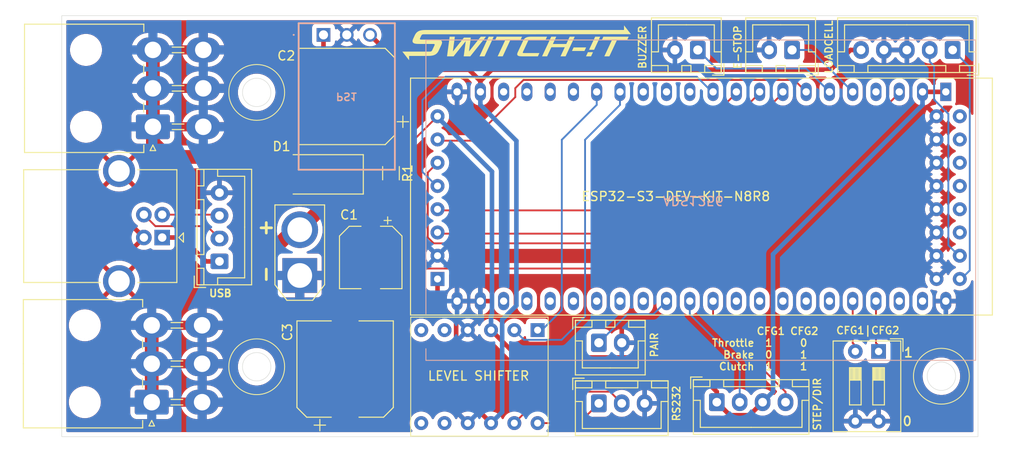
<source format=kicad_pcb>
(kicad_pcb (version 20240108) (generator "pcbnew") (generator_version "8.0")
  (layers (0 "F.Cu" signal) (31 "B.Cu" signal) (34 "B.Paste" user) (35 "F.Paste" user) (36 "B.SilkS" user "B.Silkscreen") (37 "F.SilkS" user "F.Silkscreen") (38 "B.Mask" user) (39 "F.Mask" user) (44 "Edge.Cuts" user))
  (net 0 "")
  (net 1 "/EMERGENCY")
  (net 2 "GND")
  (net 3 "Net-(J5-Pin_2)")
  (net 4 "Net-(J5-Pin_3)")
  (net 5 "VBUS")
  (net 6 "+36V")
  (net 7 "/PAIR")
  (net 8 "Net-(D1-K)")
  (net 9 "/BUZZER")
  (net 12 "/SERVO_TX")
  (net 13 "+5V")
  (net 17 "/ADC_SCK")
  (net 20 "/SERVO_RX")
  (net 22 "+3V3")
  (net 28 "/ADC_MISO")
  (net 35 "/SERVO_STEP")
  (net 36 "/CFG1")
  (net 37 "/ADC_CS")
  (net 38 "/CFG2")
  (net 39 "/ADC_MOSI")
  (net 40 "/ADC_DRDY")
  (net 43 "/SERVO_DIR")
  (net 44 "Net-(U1-CHIP_PU)")
  (net 49 "Net-(J3-Pin_2)")
  (net 52 "Net-(J3-Pin_1)")
  (net 56 "Net-(J2-Pin_1)")
  (net 58 "Net-(J2-Pin_2)")
  (footprint "Connector_JST:JST_XH_B3B-XH-A_1x03_P2.50mm_Vertical" (layer "F.Cu") (at 98.378 72.009)
    (property "Reference" "J2" (hide yes))
    (property "Value" "Conn_01x03")
    (pad "1" thru_hole roundrect (at 0 0) (size 1.7 1.95) (drill 0.95) (layers "*.Cu" "*.Mask") (roundrect_rratio 0.147059) (net 56 "Net-(J2-Pin_1)"))
    (pad "2" thru_hole oval (at 2.5 0) (size 1.7 1.95) (drill 0.95) (layers "*.Cu" "*.Mask") (net 58 "Net-(J2-Pin_2)"))
    (pad "3" thru_hole oval (at 5 0) (size 1.7 1.95) (drill 0.95) (layers "*.Cu" "*.Mask") (net 2 "GND"))
  )
  (footprint "Connector_JST:JST_XH_B2B-XH-A_1x02_P2.50mm_Vertical" (layer "F.Cu") (at 98.378 65.388)
    (property "Reference" "J9" (hide yes))
    (property "Value" "Conn_01x02")
    (pad "1" thru_hole roundrect (at 0 0) (size 1.7 2) (drill 1) (layers "*.Cu" "*.Mask") (roundrect_rratio 0.147059) (net 7 "/PAIR"))
    (pad "2" thru_hole oval (at 2.5 0) (size 1.7 2) (drill 1) (layers "*.Cu" "*.Mask") (net 2 "GND"))
  )
  (footprint "Active QR:logo_switchit" (layer "F.Cu") (at 88.799194 34.320179)
    (property "Reference" "REF**" (hide yes))
    (property "Value" "logo_switchit")
  )
  (footprint "PCM_Espressif:ESP32-S3-DEV-KIT-N8R8" (layer "F.Cu") (at 136.2453 37.97668 -90)
    (property "Reference" "U1" (hide yes))
    (property "Value" "ESP32-S3-DEV-KIT-N8R8" (at 11.42632 29.46128 0) (layer "F.SilkS"))
    (pad "1" thru_hole rect (at 0 0 180) (size 1.2 2) (drill 0.8) (layers "*.Cu" "*.Mask") (net 22 "+3V3"))
    (pad "2" thru_hole oval (at 0 2.54 180) (size 1.2 2) (drill 0.8) (layers "*.Cu" "*.Mask") (net 22 "+3V3"))
    (pad "3" thru_hole oval (at 0 5.08 180) (size 1.2 2) (drill 0.8) (layers "*.Cu" "*.Mask") (net 44 "Net-(U1-CHIP_PU)"))
    (pad "4" thru_hole oval (at 0 7.62 180) (size 1.2 2) (drill 0.8) (layers "*.Cu" "*.Mask"))
    (pad "5" thru_hole oval (at 0 10.16 180) (size 1.2 2) (drill 0.8) (layers "*.Cu" "*.Mask") (net 1 "/EMERGENCY"))
    (pad "6" thru_hole oval (at 0 12.7 180) (size 1.2 2) (drill 0.8) (layers "*.Cu" "*.Mask") (net 9 "/BUZZER"))
    (pad "7" thru_hole oval (at 0 15.24 180) (size 1.2 2) (drill 0.8) (layers "*.Cu" "*.Mask") (net 37 "/ADC_CS"))
    (pad "8" thru_hole oval (at 0 17.78 180) (size 1.2 2) (drill 0.8) (layers "*.Cu" "*.Mask") (net 40 "/ADC_DRDY"))
    (pad "9" thru_hole oval (at 0 20.32 180) (size 1.2 2) (drill 0.8) (layers "*.Cu" "*.Mask") (net 17 "/ADC_SCK"))
    (pad "10" thru_hole oval (at 0 22.86 180) (size 1.2 2) (drill 0.8) (layers "*.Cu" "*.Mask") (net 39 "/ADC_MOSI"))
    (pad "11" thru_hole oval (at 0 25.4 180) (size 1.2 2) (drill 0.8) (layers "*.Cu" "*.Mask") (net 28 "/ADC_MISO"))
    (pad "12" thru_hole oval (at 0 27.94 180) (size 1.2 2) (drill 0.8) (layers "*.Cu" "*.Mask"))
    (pad "13" thru_hole oval (at 0 30.48 180) (size 1.2 2) (drill 0.8) (layers "*.Cu" "*.Mask"))
    (pad "14" thru_hole oval (at 0 33.02 180) (size 1.2 2) (drill 0.8) (layers "*.Cu" "*.Mask"))
    (pad "15" thru_hole oval (at 0 35.56 180) (size 1.2 2) (drill 0.8) (layers "*.Cu" "*.Mask") (net 20 "/SERVO_RX"))
    (pad "16" thru_hole oval (at 0 38.1 180) (size 1.2 2) (drill 0.8) (layers "*.Cu" "*.Mask") (net 12 "/SERVO_TX"))
    (pad "17" thru_hole oval (at 0 40.64 180) (size 1.2 2) (drill 0.8) (layers "*.Cu" "*.Mask"))
    (pad "18" thru_hole oval (at 0 43.18 180) (size 1.2 2) (drill 0.8) (layers "*.Cu" "*.Mask"))
    (pad "19" thru_hole oval (at 0 45.72 180) (size 1.2 2) (drill 0.8) (layers "*.Cu" "*.Mask"))
    (pad "20" thru_hole oval (at -0.00368 48.25728 180) (size 1.2 2) (drill 0.8) (layers "*.Cu" "*.Mask"))
    (pad "21" thru_hole oval (at -0.00368 50.79728 180) (size 1.2 2) (drill 0.8) (layers "*.Cu" "*.Mask") (net 13 "+5V"))
    (pad "22" thru_hole oval (at -0.00368 53.33728 180) (size 1.2 2) (drill 0.8) (layers "*.Cu" "*.Mask") (net 2 "GND"))
    (pad "23" thru_hole oval (at 22.86 53.34 180) (size 1.2 2) (drill 0.8) (layers "*.Cu" "*.Mask") (net 2 "GND"))
    (pad "24" thru_hole oval (at 22.86 50.8 180) (size 1.2 2) (drill 0.8) (layers "*.Cu" "*.Mask") (net 2 "GND"))
    (pad "25" thru_hole oval (at 22.86 48.26 180) (size 1.2 2) (drill 0.8) (layers "*.Cu" "*.Mask"))
    (pad "26" thru_hole oval (at 22.86 45.72 180) (size 1.2 2) (drill 0.8) (layers "*.Cu" "*.Mask"))
    (pad "27" thru_hole oval (at 22.86 43.18 180) (size 1.2 2) (drill 0.8) (layers "*.Cu" "*.Mask"))
    (pad "28" thru_hole oval (at 22.86 40.64 180) (size 1.2 2) (drill 0.8) (layers "*.Cu" "*.Mask"))
    (pad "29" thru_hole oval (at 22.86 38.1 180) (size 1.2 2) (drill 0.8) (layers "*.Cu" "*.Mask"))
    (pad "30" thru_hole oval (at 22.86 35.56 180) (size 1.2 2) (drill 0.8) (layers "*.Cu" "*.Mask"))
    (pad "31" thru_hole oval (at 22.86 33.02 180) (size 1.2 2) (drill 0.8) (layers "*.Cu" "*.Mask"))
    (pad "32" thru_hole oval (at 22.86 30.48 180) (size 1.2 2) (drill 0.8) (layers "*.Cu" "*.Mask") (net 7 "/PAIR"))
    (pad "33" thru_hole oval (at 22.86 27.94 180) (size 1.2 2) (drill 0.8) (layers "*.Cu" "*.Mask") (net 35 "/SERVO_STEP"))
    (pad "34" thru_hole oval (at 22.86 25.4 180) (size 1.2 2) (drill 0.8) (layers "*.Cu" "*.Mask") (net 43 "/SERVO_DIR"))
    (pad "35" thru_hole oval (at 22.86 22.86 180) (size 1.2 2) (drill 0.8) (layers "*.Cu" "*.Mask"))
    (pad "36" thru_hole oval (at 22.86 20.32 180) (size 1.2 2) (drill 0.8) (layers "*.Cu" "*.Mask"))
    (pad "37" thru_hole oval (at 22.86 17.78 180) (size 1.2 2) (drill 0.8) (layers "*.Cu" "*.Mask"))
    (pad "38" thru_hole oval (at 22.86 15.24 180) (size 1.2 2) (drill 0.8) (layers "*.Cu" "*.Mask"))
    (pad "39" thru_hole oval (at 22.86 12.7 180) (size 1.2 2) (drill 0.8) (layers "*.Cu" "*.Mask"))
    (pad "40" thru_hole oval (at 22.86 10.16 180) (size 1.2 2) (drill 0.8) (layers "*.Cu" "*.Mask") (net 36 "/CFG1"))
    (pad "41" thru_hole oval (at 22.86 7.62 180) (size 1.2 2) (drill 0.8) (layers "*.Cu" "*.Mask") (net 38 "/CFG2"))
    (pad "42" thru_hole oval (at 22.86 5.08 180) (size 1.2 2) (drill 0.8) (layers "*.Cu" "*.Mask"))
    (pad "43" thru_hole oval (at 22.86 2.54 180) (size 1.2 2) (drill 0.8) (layers "*.Cu" "*.Mask"))
    (pad "44" thru_hole oval (at 22.86 0 180) (size 1.2 2) (drill 0.8) (layers "*.Cu" "*.Mask") (net 2 "GND"))
  )
  (footprint "Capacitor_SMD:CP_Elec_10x10" (layer "F.Cu") (at 70.866 38.48 180)
    (property "Reference" "C2" (at 6.604 4.444 0) (layer "F.SilkS"))
    (property "Value" "330µF")
    (pad "1" smd roundrect (at -4 0 180) (size 4 2.5) (layers "F.Cu" "F.Paste" "F.Mask") (roundrect_rratio 0.1) (net 8 "Net-(D1-K)"))
    (pad "2" smd roundrect (at 4 0 180) (size 4 2.5) (layers "F.Cu" "F.Paste" "F.Mask") (roundrect_rratio 0.1) (net 2 "GND"))
  )
  (footprint "Capacitor_SMD:CP_Elec_10x10" (layer "F.Cu") (at 70.688 68.263 90)
    (property "Reference" "C3" (at 4.022 -6.299 90) (layer "F.SilkS"))
    (property "Value" "330µF")
    (pad "1" smd roundrect (at -4 0 90) (size 4 2.5) (layers "F.Cu" "F.Paste" "F.Mask") (roundrect_rratio 0.1) (net 8 "Net-(D1-K)"))
    (pad "2" smd roundrect (at 4 0 90) (size 4 2.5) (layers "F.Cu" "F.Paste" "F.Mask") (roundrect_rratio 0.1) (net 2 "GND"))
  )
  (footprint "Connector_AMASS:AMASS_XT30U-F_1x02_P5.0mm_Vertical" (layer "F.Cu") (at 65.735 58.039 90)
    (property "Reference" "J10" (hide yes))
    (property "Value" "Conn_01x02")
    (fp_text user "+" (at 5.207 -3.759 90) (layer "F.SilkS") (effects (font (size 1.5 1.5) (thickness 0.3) (bold yes))))
    (fp_text user "-" (at 0.127 -3.759 90) (layer "F.SilkS") (effects (font (size 1.5 1.5) (thickness 0.3) (bold yes))))
    (pad "1" thru_hole rect (at 0 0 90) (size 3.8 3.8) (drill 2.7) (layers "*.Cu" "*.Mask") (net 2 "GND"))
    (pad "2" thru_hole circle (at 5 0 90) (size 4 4) (drill 2.7) (layers "*.Cu" "*.Mask") (net 8 "Net-(D1-K)"))
  )
  (footprint "Connector_JST:JST_XH_B5B-XH-A_1x05_P2.50mm_Vertical" (layer "F.Cu") (at 136.993 33.401 180)
    (property "Reference" "J3" (hide yes))
    (property "Value" "Conn_01x05")
    (pad "1" thru_hole roundrect (at 0 0 180) (size 1.7 1.95) (drill 0.95) (layers "*.Cu" "*.Mask") (roundrect_rratio 0.147059) (net 52 "Net-(J3-Pin_1)"))
    (pad "2" thru_hole oval (at 2.5 0 180) (size 1.7 1.95) (drill 0.95) (layers "*.Cu" "*.Mask") (net 49 "Net-(J3-Pin_2)"))
    (pad "3" thru_hole oval (at 5 0 180) (size 1.7 1.95) (drill 0.95) (layers "*.Cu" "*.Mask") (net 2 "GND"))
    (pad "4" thru_hole oval (at 7.5 0 180) (size 1.7 1.95) (drill 0.95) (layers "*.Cu" "*.Mask") (net 2 "GND"))
    (pad "5" thru_hole oval (at 10 0 180) (size 1.7 1.95) (drill 0.95) (layers "*.Cu" "*.Mask") (net 13 "+5V"))
  )
  (footprint "Connector_Molex:Molex_Mini-Fit_Jr_5569-06A2_2x03_P4.20mm_Horizontal" (layer "F.Cu") (at 49.579 71.882 90)
    (property "Reference" "J7" (hide yes))
    (property "Value" "Conn_02x03_Top_Bottom")
    (pad "" np_thru_hole circle (at 0 -7.3 90) (size 3 3) (drill 3) (layers "*.Cu" "*.Mask"))
    (pad "" np_thru_hole circle (at 8.4 -7.3 90) (size 3 3) (drill 3) (layers "*.Cu" "*.Mask"))
    (pad "1" thru_hole roundrect (at 0 0 90) (size 2.7 3.7) (drill 1.8) (layers "*.Cu" "*.Mask") (roundrect_rratio 0.092593) (net 6 "+36V"))
    (pad "2" thru_hole oval (at 4.2 0 90) (size 2.7 3.7) (drill 1.8) (layers "*.Cu" "*.Mask") (net 6 "+36V"))
    (pad "3" thru_hole oval (at 8.4 0 90) (size 2.7 3.7) (drill 1.8) (layers "*.Cu" "*.Mask") (net 6 "+36V"))
    (pad "4" thru_hole oval (at 0 5.5 90) (size 2.7 3.7) (drill 1.8) (layers "*.Cu" "*.Mask") (net 2 "GND"))
    (pad "5" thru_hole oval (at 4.2 5.5 90) (size 2.7 3.7) (drill 1.8) (layers "*.Cu" "*.Mask") (net 2 "GND"))
    (pad "6" thru_hole oval (at 8.4 5.5 90) (size 2.7 3.7) (drill 1.8) (layers "*.Cu" "*.Mask") (net 2 "GND"))
  )
  (footprint "Levelshifter_Breakout:Levelshifter_Breakout" (layer "F.Cu") (at 85.344 69.088 -90)
    (property "Reference" "U3" (hide yes))
    (property "Value" "~")
    (pad "1" thru_hole rect (at -5.08 -6.35 270) (size 1.524 1.524) (drill 0.762) (layers "*.Cu" "*.Mask") (net 12 "/SERVO_TX"))
    (pad "2" thru_hole circle (at -5.08 -3.81 270) (size 1.524 1.524) (drill 0.762) (layers "*.Cu" "*.Mask") (net 20 "/SERVO_RX"))
    (pad "3" thru_hole circle (at -5.08 -1.27 270) (size 1.524 1.524) (drill 0.762) (layers "*.Cu" "*.Mask") (net 22 "+3V3"))
    (pad "4" thru_hole circle (at -5.08 1.27 270) (size 1.524 1.524) (drill 0.762) (layers "*.Cu" "*.Mask") (net 2 "GND"))
    (pad "5" thru_hole circle (at -5.08 3.81 270) (size 1.524 1.524) (drill 0.762) (layers "*.Cu" "*.Mask"))
    (pad "6" thru_hole circle (at -5.08 6.35 270) (size 1.524 1.524) (drill 0.762) (layers "*.Cu" "*.Mask"))
    (pad "7" thru_hole circle (at 5.08 6.35 270) (size 1.524 1.524) (drill 0.762) (layers "*.Cu" "*.Mask"))
    (pad "8" thru_hole circle (at 5.08 3.81 270) (size 1.524 1.524) (drill 0.762) (layers "*.Cu" "*.Mask"))
    (pad "9" thru_hole circle (at 5.08 1.27 270) (size 1.524 1.524) (drill 0.762) (layers "*.Cu" "*.Mask") (net 2 "GND"))
    (pad "10" thru_hole circle (at 5.08 -1.27 270) (size 1.524 1.524) (drill 0.762) (layers "*.Cu" "*.Mask") (net 13 "+5V"))
    (pad "11" thru_hole circle (at 5.08 -3.81 270) (size 1.524 1.524) (drill 0.762) (layers "*.Cu" "*.Mask") (net 58 "Net-(J2-Pin_2)"))
    (pad "12" thru_hole circle (at 5.08 -6.35 270) (size 1.524 1.524) (drill 0.762) (layers "*.Cu" "*.Mask") (net 56 "Net-(J2-Pin_1)"))
  )
  (footprint "Button_Switch_THT:SW_DIP_SPSTx02_Slide_9.78x7.26mm_W7.62mm_P2.54mm" (layer "F.Cu") (at 128.91 66.3365 -90)
    (property "Reference" "SW1" (hide yes))
    (property "Value" "SW_DIP_x02")
    (pad "1" thru_hole rect (at 0 0 270) (size 1.6 1.6) (drill 0.8) (layers "*.Cu" "*.Mask") (net 38 "/CFG2"))
    (pad "2" thru_hole oval (at 0 2.54 270) (size 1.6 1.6) (drill 0.8) (layers "*.Cu" "*.Mask") (net 36 "/CFG1"))
    (pad "3" thru_hole oval (at 7.62 2.54 270) (size 1.6 1.6) (drill 0.8) (layers "*.Cu" "*.Mask") (net 2 "GND"))
    (pad "4" thru_hole oval (at 7.62 0 270) (size 1.6 1.6) (drill 0.8) (layers "*.Cu" "*.Mask") (net 2 "GND"))
  )
  (footprint "Diode_SMD:D_SMA-SMB_Universal_Handsoldering" (layer "F.Cu") (at 67.712 46.99 180)
    (property "Reference" "D1" (at 3.958 3.048 180) (layer "F.SilkS"))
    (property "Value" "SS510B")
    (pad "1" smd trapezoid (at -2.9 0 180) (size 3.6 1.7) (rect_delta 0.6 0) (layers "F.Cu" "F.Paste" "F.Mask") (net 8 "Net-(D1-K)"))
    (pad "2" smd trapezoid (at 2.9 0) (size 3.6 1.7) (rect_delta 0.6 0) (layers "F.Cu" "F.Paste" "F.Mask") (net 6 "+36V"))
  )
  (footprint "Connector_JST:JST_XH_B4B-XH-A_1x04_P2.50mm_Vertical" (layer "F.Cu") (at 111.252 71.882)
    (property "Reference" "J1" (hide yes))
    (property "Value" "Conn_01x04")
    (pad "1" thru_hole roundrect (at 0 0) (size 1.7 1.95) (drill 0.95) (layers "*.Cu" "*.Mask") (roundrect_rratio 0.147059) (net 22 "+3V3"))
    (pad "2" thru_hole oval (at 2.5 0) (size 1.7 1.95) (drill 0.95) (layers "*.Cu" "*.Mask") (net 35 "/SERVO_STEP"))
    (pad "3" thru_hole oval (at 5 0) (size 1.7 1.95) (drill 0.95) (layers "*.Cu" "*.Mask") (net 22 "+3V3"))
    (pad "4" thru_hole oval (at 7.5 0) (size 1.7 1.95) (drill 0.95) (layers "*.Cu" "*.Mask") (net 43 "/SERVO_DIR"))
  )
  (footprint "Connector_JST:JST_XH_B2B-XH-A_1x02_P2.50mm_Vertical" (layer "F.Cu") (at 119.467 33.401 180)
    (property "Reference" "J4" (hide yes))
    (property "Value" "Conn_01x02")
    (pad "1" thru_hole roundrect (at 0 0 180) (size 1.7 2) (drill 1) (layers "*.Cu" "*.Mask") (roundrect_rratio 0.147059) (net 1 "/EMERGENCY"))
    (pad "2" thru_hole oval (at 2.5 0 180) (size 1.7 2) (drill 1) (layers "*.Cu" "*.Mask") (net 2 "GND"))
  )
  (footprint "Connector_JST:JST_XH_B4B-XH-A_1x04_P2.50mm_Vertical" (layer "F.Cu") (at 56.972 56.499 90)
    (property "Reference" "J5" (hide yes))
    (property "Value" "Conn_01x04")
    (pad "1" thru_hole roundrect (at 0 0 90) (size 1.7 1.95) (drill 0.95) (layers "*.Cu" "*.Mask") (roundrect_rratio 0.147059) (net 5 "VBUS"))
    (pad "2" thru_hole oval (at 2.5 0 90) (size 1.7 1.95) (drill 0.95) (layers "*.Cu" "*.Mask") (net 3 "Net-(J5-Pin_2)"))
    (pad "3" thru_hole oval (at 5 0 90) (size 1.7 1.95) (drill 0.95) (layers "*.Cu" "*.Mask") (net 4 "Net-(J5-Pin_3)"))
    (pad "4" thru_hole oval (at 7.5 0 90) (size 1.7 1.95) (drill 0.95) (layers "*.Cu" "*.Mask") (net 2 "GND"))
  )
  (footprint "Resistor_SMD:R_1206_3216Metric_Pad1.30x1.75mm_HandSolder" (layer "F.Cu") (at 75.692 46.863 -90)
    (property "Reference" "R1" (at 0 -1.82 -90) (layer "F.SilkS"))
    (property "Value" "100k")
    (pad "1" smd roundrect (at -1.55 0 270) (size 1.3 1.75) (layers "F.Cu" "F.Paste" "F.Mask") (roundrect_rratio 0.192308) (net 22 "+3V3"))
    (pad "2" smd roundrect (at 1.55 0 270) (size 1.3 1.75) (layers "F.Cu" "F.Paste" "F.Mask") (roundrect_rratio 0.192308) (net 44 "Net-(U1-CHIP_PU)"))
  )
  (footprint "Connector_Molex:Molex_Mini-Fit_Jr_5569-06A2_2x03_P4.20mm_Horizontal" (layer "F.Cu") (at 49.706 41.792 90)
    (property "Reference" "J8" (hide yes))
    (property "Value" "Conn_02x03_Top_Bottom")
    (pad "" np_thru_hole circle (at 0 -7.3 90) (size 3 3) (drill 3) (layers "*.Cu" "*.Mask"))
    (pad "" np_thru_hole circle (at 8.4 -7.3 90) (size 3 3) (drill 3) (layers "*.Cu" "*.Mask"))
    (pad "1" thru_hole roundrect (at 0 0 90) (size 2.7 3.7) (drill 1.8) (layers "*.Cu" "*.Mask") (roundrect_rratio 0.092593) (net 6 "+36V"))
    (pad "2" thru_hole oval (at 4.2 0 90) (size 2.7 3.7) (drill 1.8) (layers "*.Cu" "*.Mask") (net 6 "+36V"))
    (pad "3" thru_hole oval (at 8.4 0 90) (size 2.7 3.7) (drill 1.8) (layers "*.Cu" "*.Mask") (net 6 "+36V"))
    (pad "4" thru_hole oval (at 0 5.5 90) (size 2.7 3.7) (drill 1.8) (layers "*.Cu" "*.Mask") (net 2 "GND"))
    (pad "5" thru_hole oval (at 4.2 5.5 90) (size 2.7 3.7) (drill 1.8) (layers "*.Cu" "*.Mask") (net 2 "GND"))
    (pad "6" thru_hole oval (at 8.4 5.5 90) (size 2.7 3.7) (drill 1.8) (layers "*.Cu" "*.Mask") (net 2 "GND"))
  )
  (footprint "Connector_USB:USB_B_OST_USB-B1HSxx_Horizontal" (layer "F.Cu") (at 50.7225 53.892 180)
    (property "Reference" "J6" (hide yes))
    (property "Value" "USB_B" (hide yes))
    (pad "1" thru_hole rect (at 0 0 180) (size 1.7 1.7) (drill 0.92) (layers "*.Cu" "*.Mask") (net 5 "VBUS"))
    (pad "2" thru_hole circle (at 0 2.5 180) (size 1.7 1.7) (drill 0.92) (layers "*.Cu" "*.Mask") (net 4 "Net-(J5-Pin_3)"))
    (pad "3" thru_hole circle (at 2 2.5 180) (size 1.7 1.7) (drill 0.92) (layers "*.Cu" "*.Mask") (net 3 "Net-(J5-Pin_2)"))
    (pad "4" thru_hole circle (at 2 0 180) (size 1.7 1.7) (drill 0.92) (layers "*.Cu" "*.Mask") (net 2 "GND"))
    (pad "5" thru_hole circle (at 4.71 -4.77 180) (size 3.5 3.5) (drill 2.33) (layers "*.Cu" "*.Mask") (net 2 "GND"))
    (pad "5" thru_hole circle (at 4.71 7.27 180) (size 3.5 3.5) (drill 2.33) (layers "*.Cu" "*.Mask") (net 2 "GND"))
  )
  (footprint "Capacitor_SMD:CP_Elec_6.3x5.9" (layer "F.Cu") (at 73.482 56.071 -90)
    (property "Reference" "C1" (at -4.657 2.362 180) (layer "F.SilkS"))
    (property "Value" "10µF")
    (pad "1" smd roundrect (at -2.8 0 270) (size 3.5 1.6) (layers "F.Cu" "F.Paste" "F.Mask") (roundrect_rratio 0.15625) (net 44 "Net-(U1-CHIP_PU)"))
    (pad "2" smd roundrect (at 2.8 0 270) (size 3.5 1.6) (layers "F.Cu" "F.Paste" "F.Mask") (roundrect_rratio 0.15625) (net 2 "GND"))
  )
  (footprint "Connector_JST:JST_XH_B2B-XH-A_1x02_P2.50mm_Vertical" (layer "F.Cu") (at 109.18 33.401 180)
    (property "Reference" "J11" (hide yes))
    (property "Value" "Conn_01x02")
    (pad "1" thru_hole roundrect (at 0 0 180) (size 1.7 2) (drill 1) (layers "*.Cu" "*.Mask") (roundrect_rratio 0.147059) (net 9 "/BUZZER"))
    (pad "2" thru_hole oval (at 2.5 0 180) (size 1.7 2) (drill 1) (layers "*.Cu" "*.Mask") (net 2 "GND"))
  )
  (footprint "N7805-1PH:N78051PH" (layer "B.Cu") (at 68.326 31.75)
    (property "Reference" "PS1" (at 2.54 6.73 180) (layer "B.SilkS") (effects (font (size 0.8 0.8) (thickness 0.15) (bold yes)) (justify mirror)))
    (property "Value" "N7805-1PH" (hide yes))
    (pad "1" thru_hole rect (at 0 0) (size 1.5 1.5) (drill 1) (layers "*.Cu" "*.Mask") (net 6 "+36V"))
    (pad "2" thru_hole circle (at 2.54 0) (size 1.5 1.5) (drill 1) (layers "*.Cu" "*.Mask") (net 2 "GND"))
    (pad "3" thru_hole circle (at 5.08 0) (size 1.5 1.5) (drill 1) (layers "*.Cu" "*.Mask") (net 13 "+5V"))
  )
  (footprint "ADS1256_Breakout:ADS1256_Breakout" (layer "B.Cu") (at 108.712 50.8)
    (property "Reference" "U2" (hide yes))
    (property "Value" "ADS1256_Breakout")
    (pad "1" thru_hole rect (at -27.94 7.62) (size 1.524 1.524) (drill 0.762) (layers "*.Cu" "*.Mask") (net 13 "+5V"))
    (pad "2" thru_hole circle (at -27.94 5.08) (size 1.524 1.524) (drill 0.762) (layers "*.Cu" "*.Mask") (net 2 "GND"))
    (pad "3" thru_hole circle (at -27.94 2.54) (size 1.524 1.524) (drill 0.762) (layers "*.Cu" "*.Mask") (net 17 "/ADC_SCK"))
    (pad "4" thru_hole circle (at -27.94 0) (size 1.524 1.524) (drill 0.762) (layers "*.Cu" "*.Mask") (net 39 "/ADC_MOSI"))
    (pad "5" thru_hole circle (at -27.94 -2.54) (size 1.524 1.524) (drill 0.762) (layers "*.Cu" "*.Mask") (net 28 "/ADC_MISO"))
    (pad "6" thru_hole circle (at -27.94 -5.08) (size 1.524 1.524) (drill 0.762) (layers "*.Cu" "*.Mask") (net 40 "/ADC_DRDY"))
    (pad "7" thru_hole circle (at -27.94 -7.62) (size 1.524 1.524) (drill 0.762) (layers "*.Cu" "*.Mask") (net 37 "/ADC_CS"))
    (pad "8" thru_hole circle (at -27.94 -10.16) (size 1.524 1.524) (drill 0.762) (layers "*.Cu" "*.Mask") (net 22 "+3V3"))
    (pad "9" thru_hole circle (at 26.52 7.62) (size 1.524 1.524) (drill 0.762) (layers "*.Cu" "*.Mask") (net 2 "GND"))
    (pad "10" thru_hole circle (at 26.52 5.08) (size 1.524 1.524) (drill 0.762) (layers "*.Cu" "*.Mask") (net 2 "GND"))
    (pad "11" thru_hole circle (at 26.52 2.54) (size 1.524 1.524) (drill 0.762) (layers "*.Cu" "*.Mask") (net 2 "GND"))
    (pad "12" thru_hole circle (at 26.52 0) (size 1.524 1.524) (drill 0.762) (layers "*.Cu" "*.Mask") (net 2 "GND"))
    (pad "13" thru_hole circle (at 26.52 -2.54) (size 1.524 1.524) (drill 0.762) (layers "*.Cu" "*.Mask") (net 2 "GND"))
    (pad "14" thru_hole circle (at 26.52 -5.08) (size 1.524 1.524) (drill 0.762) (layers "*.Cu" "*.Mask") (net 2 "GND"))
    (pad "15" thru_hole circle (at 26.52 -7.62) (size 1.524 1.524) (drill 0.762) (layers "*.Cu" "*.Mask") (net 2 "GND"))
    (pad "16" thru_hole circle (at 26.52 -10.16) (size 1.524 1.524) (drill 0.762) (layers "*.Cu" "*.Mask") (net 2 "GND"))
    (pad "17" thru_hole circle (at 29.06 7.62) (size 1.524 1.524) (drill 0.762) (layers "*.Cu" "*.Mask") (net 52 "Net-(J3-Pin_1)"))
    (pad "18" thru_hole circle (at 29.06 5.08) (size 1.524 1.524) (drill 0.762) (layers "*.Cu" "*.Mask") (net 49 "Net-(J3-Pin_2)"))
    (pad "19" thru_hole circle (at 29.06 2.54) (size 1.524 1.524) (drill 0.762) (layers "*.Cu" "*.Mask"))
    (pad "20" thru_hole circle (at 29.06 0) (size 1.524 1.524) (drill 0.762) (layers "*.Cu" "*.Mask"))
    (pad "21" thru_hole circle (at 29.06 -2.54) (size 1.524 1.524) (drill 0.762) (layers "*.Cu" "*.Mask"))
    (pad "22" thru_hole circle (at 29.06 -5.08) (size 1.524 1.524) (drill 0.762) (layers "*.Cu" "*.Mask"))
    (pad "23" thru_hole circle (at 29.06 -7.62) (size 1.524 1.524) (drill 0.762) (layers "*.Cu" "*.Mask"))
    (pad "24" thru_hole circle (at 29.06 -10.16) (size 1.524 1.524) (drill 0.762) (layers "*.Cu" "*.Mask"))
  )
  (gr_circle (center 135.763 69.046) (end 138.811 69.046) (stroke (width 0.1)) (fill none) (layer "F.SilkS"))
  (gr_circle (center 61.036 68.009) (end 64.084 68.009) (stroke (width 0.1)) (fill none) (layer "F.SilkS"))
  (gr_circle (center 61.036 38.037) (end 64.084 38.037) (stroke (width 0.1)) (fill none) (layer "F.SilkS"))
  (gr_circle (center 61.036 68.009) (end 62.586 68.009) (stroke (width 0.05)) (fill none) (layer "Edge.Cuts"))
  (gr_rect (start 39.76 29.65) (end 139.76 75.65) (stroke (width 0.05)) (fill none) (layer "Edge.Cuts"))
  (gr_circle (center 61.036 38.037) (end 62.586 38.037) (stroke (width 0.05)) (fill none) (layer "Edge.Cuts"))
  (gr_circle (center 135.763 69.046) (end 137.313 69.046) (stroke (width 0.05)) (fill none) (layer "Edge.Cuts"))
  (gr_text "ADS1256" (at 105.283 49.276 180) (layer "B.SilkS") (effects (font (size 1 1)) (justify left bottom mirror)))
  (gr_text "1" (at 131.572 67.056 0) (layer "F.SilkS") (effects (font (size 1 1) (thickness 0.175) (bold yes)) (justify left bottom)))
  (gr_text "CFG1|CFG2" (at 124.206 64.516 0) (layer "F.SilkS") (effects (font (size 0.8 0.8) (thickness 0.15) (bold yes)) (justify left bottom)))
  (gr_text "BUZZER" (at 103.612 35.543 90) (layer "F.SilkS") (effects (font (size 0.8 0.8) (thickness 0.15) (bold yes)) (justify left bottom)))
  (gr_text "CFG1 CFG2\nThrottle  1     0  \nBrake  0     1  \nClutch  1     1  " (at 122.428 68.453 0) (layer "F.SilkS") (effects (font (size 0.8 0.8) (thickness 0.15) (bold yes)) (justify right bottom)))
  (gr_text "PAIR" (at 104.902 67.056 90) (layer "F.SilkS") (effects (font (size 0.8 0.8) (thickness 0.15) (bold yes)) (justify left bottom)))
  (gr_text "USB" (at 55.753 60.452 0) (layer "F.SilkS") (effects (font (size 0.8 0.8) (thickness 0.175) (bold yes)) (justify left bottom)))
  (gr_text "E-STOP" (at 114.006 35.56 90) (layer "F.SilkS") (effects (font (size 0.8 0.8) (thickness 0.15) (bold yes)) (justify left bottom)))
  (gr_text "0" (at 131.445 74.549 0) (layer "F.SilkS") (effects (font (size 1 1) (thickness 0.175) (bold yes)) (justify left bottom)))
  (gr_text "LOADCELL" (at 123.952 36.068 90) (layer "F.SilkS") (effects (font (size 0.8 0.8) (thickness 0.15) (bold yes)) (justify left bottom)))
  (gr_text "LEVEL SHIFTER" (at 79.629 69.596 0) (layer "F.SilkS") (effects (font (size 1 1)) (justify left bottom)))
  (gr_text "RS232" (at 107.315 74.041 90) (layer "F.SilkS") (effects (font (size 0.8 0.8) (thickness 0.15) (bold yes)) (justify left bottom)))
  (gr_text "STEP/DIR" (at 122.682 75.057 90) (layer "F.SilkS") (effects (font (size 0.8 0.8) (thickness 0.15) (bold yes)) (justify left bottom)))
  (segment (start 121.50962 33.401) (end 119.467 33.401) (width 0.2) (layer "B.Cu") (net 1))
  (segment (start 126.0853 37.97668) (end 121.50962 33.401) (width 0.2) (layer "B.Cu") (net 1))
  (segment (start 52.6796 37.592) (end 52.6542 37.5666) (width 1) (layer "F.Cu") (net 2))
  (segment (start 55.079 63.482) (end 55.079 67.682) (width 1) (layer "F.Cu") (net 2))
  (segment (start 65.735 61.3916) (end 65.7606 61.4172) (width 1) (layer "F.Cu") (net 2))
  (segment (start 58.0136 37.592) (end 58.0898 37.5158) (width 1) (layer "F.Cu") (net 2))
  (segment (start 55.079 61.253) (end 55.118 61.214) (width 1) (layer "F.Cu") (net 2))
  (segment (start 65.735 58.039) (end 68.834 58.039) (width 1) (layer "F.Cu") (net 2))
  (segment (start 58.0136 37.592) (end 55.206 37.592) (width 1) (layer "F.Cu") (net 2))
  (segment (start 55.079 67.682) (end 52.587 67.682) (width 1) (layer "F.Cu") (net 2))
  (segment (start 55.079 63.482) (end 58.148 63.482) (width 1) (layer "F.Cu") (net 2))
  (segment (start 55.079 67.682) (end 55.079 71.882) (width 1) (layer "F.Cu") (net 2))
  (segment (start 55.079 71.882) (end 52.832 71.882) (width 1) (layer "F.Cu") (net 2))
  (segment (start 58.2332 41.792) (end 58.293 41.7322) (width 1) (layer "F.Cu") (net 2))
  (segment (start 52.587 67.682) (end 52.578 67.691) (width 1) (layer "F.Cu") (net 2))
  (segment (start 55.206 31.2556) (end 55.3212 31.1404) (width 1) (layer "F.Cu") (net 2))
  (segment (start 55.206 33.392) (end 55.206 31.2556) (width 1) (layer "F.Cu") (net 2))
  (segment (start 55.206 41.792) (end 52.7902 41.792) (width 1) (layer "F.Cu") (net 2))
  (segment (start 55.206 37.592) (end 52.6796 37.592) (width 1) (layer "F.Cu") (net 2))
  (segment (start 55.206 41.792) (end 58.2332 41.792) (width 1) (layer "F.Cu") (net 2))
  (segment (start 55.079 63.482) (end 55.079 61.253) (width 1) (layer "F.Cu") (net 2))
  (segment (start 55.206 33.392) (end 52.7214 33.392) (width 1) (layer "F.Cu") (net 2))
  (segment (start 52.6468 63.482) (end 52.6288 63.5) (width 1) (layer "F.Cu") (net 2))
  (segment (start 52.7902 41.792) (end 52.7812 41.783) (width 1) (layer "F.Cu") (net 2))
  (segment (start 55.206 33.392) (end 58.0046 33.392) (width 1) (layer "F.Cu") (net 2))
  (segment (start 55.079 71.882) (end 58.42 71.882) (width 1) (layer "F.Cu") (net 2))
  (segment (start 55.079 63.482) (end 52.6468 63.482) (width 1) (layer "F.Cu") (net 2))
  (segment (start 55.079 67.682) (end 57.794 67.682) (width 1) (layer "F.Cu") (net 2))
  (segment (start 55.079 71.882) (end 55.079 74.129) (width 1) (layer "F.Cu") (net 2))
  (segment (start 58.148 63.482) (end 58.166 63.5) (width 1) (layer "F.Cu") (net 2))
  (segment (start 65.735 58.039) (end 65.735 61.3916) (width 1) (layer "F.Cu") (net 2))
  (segment (start 55.206 37.592) (end 58.0136 37.592) (width 1) (layer "B.Cu") (net 2))
  (segment (start 57.776 67.682) (end 57.8612 67.7672) (width 1) (layer "B.Cu") (net 2))
  (segment (start 55.206 33.392) (end 55.206 41.792) (width 1) (layer "B.Cu") (net 2))
  (segment (start 55.079 63.482) (end 58.057 63.482) (width 1) (layer "B.Cu") (net 2))
  (segment (start 55.079 71.882) (end 58.039 71.882) (width 1) (layer "B.Cu") (net 2))
  (segment (start 55.079 71.882) (end 55.079 63.482) (width 1) (layer "B.Cu") (net 2))
  (segment (start 55.079 71.882) (end 55.079 74.0528) (width 1) (layer "B.Cu") (net 2))
  (segment (start 55.079 61.1006) (end 55.245 60.9346) (width 1) (layer "B.Cu") (net 2))
  (segment (start 69.1388 58.039) (end 69.1642 58.0644) (width 1) (layer "B.Cu") (net 2))
  (segment (start 55.206 31.0524) (end 55.206 33.392) (width 1) (layer "B.Cu") (net 2))
  (segment (start 55.206 44.235) (end 55.1942 44.2468) (width 1) (layer "B.Cu") (net 2))
  (segment (start 55.079 63.482) (end 55.079 61.1006) (width 1) (layer "B.Cu") (net 2))
  (segment (start 55.079 67.682) (end 57.776 67.682) (width 1) (layer "B.Cu") (net 2))
  (segment (start 65.735 58.039) (end 62.357 58.039) (width 1) (layer "B.Cu") (net 2))
  (segment (start 55.206 33.392) (end 58.3094 33.392) (width 1) (layer "B.Cu") (net 2))
  (segment (start 58.3094 33.392) (end 58.3946 33.4772) (width 1) (layer "B.Cu") (net 2))
  (segment (start 55.206 31.0524) (end 55.245 31.0134) (width 1) (layer "B.Cu") (net 2))
  (segment (start 55.079 74.0528) (end 55.1688 74.1426) (width 1) (layer "B.Cu") (net 2))
  (segment (start 65.735 61.163) (end 65.7606 61.1886) (width 1) (layer "B.Cu") (net 2))
  (segment (start 55.206 41.792) (end 55.206 44.235) (width 1) (layer "B.Cu") (net 2))
  (segment (start 57.9792 41.792) (end 57.9882 41.783) (width 1) (layer "B.Cu") (net 2))
  (segment (start 55.206 41.792) (end 57.9792 41.792) (width 1) (layer "B.Cu") (net 2))
  (segment (start 65.735 58.039) (end 69.1388 58.039) (width 1) (layer "B.Cu") (net 2))
  (segment (start 65.735 58.039) (end 65.735 61.163) (width 1) (layer "B.Cu") (net 2))
  (segment (start 55.622 52.649) (end 56.972 53.999) (width 0.2) (layer "F.Cu") (net 3))
  (segment (start 49.9795 52.649) (end 55.622 52.649) (width 0.2) (layer "F.Cu") (net 3))
  (segment (start 48.7225 51.392) (end 49.9795 52.649) (width 0.2) (layer "F.Cu") (net 3))
  (segment (start 56.865 51.392) (end 56.972 51.499) (width 0.2) (layer "F.Cu") (net 4))
  (segment (start 50.7225 51.392) (end 56.865 51.392) (width 0.2) (layer "F.Cu") (net 4))
  (segment (start 50.7225 53.892) (end 52.876 53.892) (width 0.5) (layer "F.Cu") (net 5))
  (segment (start 55.483 56.499) (end 56.972 56.499) (width 0.5) (layer "F.Cu") (net 5))
  (segment (start 52.876 53.892) (end 55.483 56.499) (width 0.5) (layer "F.Cu") (net 5))
  (segment (start 49.706 41.792) (end 49.706 42.848) (width 1.5) (layer "F.Cu") (net 6))
  (segment (start 51.308 45.085) (end 49.706 43.483) (width 1.5) (layer "F.Cu") (net 6))
  (segment (start 60.96 46.99) (end 64.812 46.99) (width 1.5) (layer "F.Cu") (net 6))
  (segment (start 49.706 43.483) (end 49.706 41.792) (width 1.5) (layer "F.Cu") (net 6))
  (segment (start 64.812 46.44) (end 71.882 39.37) (width 0.5) (layer "F.Cu") (net 6))
  (segment (start 71.882 36.83) (end 68.326 33.274) (width 0.5) (layer "F.Cu") (net 6))
  (segment (start 59.055 45.085) (end 60.96 46.99) (width 1.5) (layer "F.Cu") (net 6))
  (segment (start 68.326 33.274) (end 68.326 31.75) (width 0.5) (layer "F.Cu") (net 6))
  (segment (start 51.308 45.085) (end 59.055 45.085) (width 1.5) (layer "F.Cu") (net 6))
  (segment (start 49.579 63.482) (end 49.579 71.882) (width 1.5) (layer "F.Cu") (net 6))
  (segment (start 49.706 41.792) (end 49.706 42.255) (width 2) (layer "F.Cu") (net 6))
  (segment (start 64.812 46.99) (end 64.812 46.44) (width 0.5) (layer "F.Cu") (net 6))
  (segment (start 49.706 33.392) (end 49.706 41.792) (width 1.5) (layer "F.Cu") (net 6))
  (segment (start 71.882 39.37) (end 71.882 36.83) (width 0.5) (layer "F.Cu") (net 6))
  (segment (start 101.5043 62.2617) (end 98.378 65.388) (width 0.2) (layer "B.Cu") (net 7))
  (segment (start 105.7653 60.83668) (end 104.34028 62.2617) (width 0.2) (layer "B.Cu") (net 7))
  (segment (start 104.34028 62.2617) (end 101.5043 62.2617) (width 0.2) (layer "B.Cu") (net 7))
  (segment (start 62.535 55.539) (end 65.035 53.039) (width 1.5) (layer "F.Cu") (net 8))
  (segment (start 74.866 38.48) (end 70.612 42.734) (width 1.5) (layer "F.Cu") (net 8))
  (segment (start 70.612 48.162) (end 65.735 53.039) (width 1.5) (layer "F.Cu") (net 8))
  (segment (start 62.535 64.11) (end 62.535 55.539) (width 1.5) (layer "F.Cu") (net 8))
  (segment (start 70.688 72.263) (end 62.535 64.11) (width 1.5) (layer "F.Cu") (net 8))
  (segment (start 65.035 53.039) (end 65.735 53.039) (width 1.5) (layer "F.Cu") (net 8))
  (segment (start 70.612 42.734) (end 70.612 46.99) (width 1.5) (layer "F.Cu") (net 8))
  (segment (start 70.612 46.99) (end 70.612 48.162) (width 1.5) (layer "F.Cu") (net 8))
  (segment (start 111.212 35.433) (end 109.18 33.401) (width 0.2) (layer "B.Cu") (net 9))
  (segment (start 121.00162 35.433) (end 111.212 35.433) (width 0.2) (layer "B.Cu") (net 9))
  (segment (start 123.5453 37.97668) (end 121.00162 35.433) (width 0.2) (layer "B.Cu") (net 9))
  (segment (start 98.1453 38.1) (end 98.1453 39.4017) (width 0.2) (layer "B.Cu") (net 12))
  (segment (start 94.3353 43.2117) (end 94.3353 61.827) (width 0.2) (layer "B.Cu") (net 12))
  (segment (start 92.1543 64.008) (end 91.694 64.008) (width 0.2) (layer "B.Cu") (net 12))
  (segment (start 94.3353 61.827) (end 92.1543 64.008) (width 0.2) (layer "B.Cu") (net 12))
  (segment (start 98.1453 39.4017) (end 94.3353 43.2117) (width 0.2) (layer "B.Cu") (net 12))
  (segment (start 86.614 74.168) (end 82.804 70.358) (width 0.5) (layer "F.Cu") (net 13))
  (segment (start 80.772 60.96) (end 82.804 62.992) (width 0.5) (layer "F.Cu") (net 13))
  (segment (start 77.216 35.56) (end 73.406 31.75) (width 0.5) (layer "F.Cu") (net 13))
  (segment (start 125.8413 33.401) (end 123.688 35.5543) (width 0.5) (layer "F.Cu") (net 13))
  (segment (start 84.2134 35.56) (end 77.216 35.56) (width 0.5) (layer "F.Cu") (net 13))
  (segment (start 84.2134 35.56) (end 85.448 36.7946) (width 0.5) (layer "F.Cu") (net 13))
  (segment (start 80.772 58.42) (end 80.772 60.96) (width 0.5) (layer "F.Cu") (net 13))
  (segment (start 126.993 33.401) (end 125.8413 33.401) (width 0.5) (layer "F.Cu") (net 13))
  (segment (start 123.688 35.5543) (end 86.6883 35.5543) (width 0.5) (layer "F.Cu") (net 13))
  (segment (start 85.448 38.0963) (end 85.448 36.7946) (width 0.5) (layer "F.Cu") (net 13))
  (segment (start 86.6883 35.5543) (end 85.448 36.7946) (width 0.5) (layer "F.Cu") (net 13))
  (segment (start 82.804 62.992) (end 82.804 70.358) (width 0.5) (layer "F.Cu") (net 13))
  (segment (start 87.826 62.880904) (end 89.3791 61.327804) (width 0.5) (layer "B.Cu") (net 13))
  (segment (start 89.3791 61.327804) (end 89.3791 43.3291) (width 0.5) (layer "B.Cu") (net 13))
  (segment (start 87.826 72.956) (end 87.826 62.880904) (width 0.5) (layer "B.Cu") (net 13))
  (segment (start 86.614 74.168) (end 87.826 72.956) (width 0.5) (layer "B.Cu") (net 13))
  (segment (start 89.3791 43.3291) (end 85.448 39.398) (width 0.5) (layer "B.Cu") (net 13))
  (segment (start 85.448 39.398) (end 85.448 38.0963) (width 0.5) (layer "B.Cu") (net 13))
  (segment (start 80.795 53.467) (end 100.5583 53.467) (width 0.2) (layer "F.Cu") (net 17))
  (segment (start 100.5583 53.467) (end 115.9253 38.1) (width 0.2) (layer "F.Cu") (net 17))
  (segment (start 96.8753 62.5097) (end 96.8753 43.2117) (width 0.2) (layer "B.Cu") (net 20))
  (segment (start 96.8753 43.2117) (end 100.6853 39.4017) (width 0.2) (layer "B.Cu") (net 20))
  (segment (start 94.315 65.07) (end 90.216 65.07) (width 0.2) (layer "B.Cu") (net 20))
  (segment (start 100.6853 39.4017) (end 100.6853 38.1) (width 0.2) (layer "B.Cu") (net 20))
  (segment (start 90.216 65.07) (end 89.154 64.008) (width 0.2) (layer "B.Cu") (net 20))
  (segment (start 94.315 65.07) (end 96.8753 62.5097) (width 0.2) (layer "B.Cu") (net 20))
  (segment (start 89.602 66.996) (end 107.502 66.996) (width 0.5) (layer "F.Cu") (net 22))
  (segment (start 111.252 71.882) (end 112.677 73.307) (width 0.5) (layer "F.Cu") (net 22))
  (segment (start 86.614 64.008) (end 89.602 66.996) (width 0.5) (layer "F.Cu") (net 22))
  (segment (start 76.099 45.313) (end 75.692 45.313) (width 0.2) (layer "F.Cu") (net 22))
  (segment (start 111.252 70.746) (end 111.252 71.882) (width 0.5) (layer "F.Cu") (net 22))
  (segment (start 80.772 40.64) (end 76.099 45.313) (width 0.2) (layer "F.Cu") (net 22))
  (segment (start 112.677 73.307) (end 114.827 73.307) (width 0.5) (layer "F.Cu") (net 22))
  (segment (start 114.827 73.307) (end 116.252 71.882) (width 0.5) (layer "F.Cu") (net 22))
  (segment (start 107.502 66.996) (end 111.252 70.746) (width 0.5) (layer "F.Cu") (net 22))
  (segment (start 133.7053 37.97668) (end 136.2453 37.97668) (width 0.5) (layer "F.Cu") (net 22))
  (segment (start 133.7053 38.1) (end 133.7053 39.4017) (width 0.5) (layer "B.Cu") (net 22))
  (segment (start 133.7053 39.4017) (end 117.388 55.719) (width 0.5) (layer "B.Cu") (net 22))
  (segment (start 86.7153 46.6873) (end 86.7153 62.3313) (width 0.5) (layer "B.Cu") (net 22))
  (segment (start 117.388 55.719) (end 117.388 70.746) (width 0.5) (layer "B.Cu") (net 22))
  (segment (start 117.388 70.746) (end 116.252 71.882) (width 0.5) (layer "B.Cu") (net 22))
  (segment (start 80.795 40.767) (end 86.7153 46.6873) (width 0.5) (layer "B.Cu") (net 22))
  (segment (start 86.7153 62.3313) (end 86.614 62.4326) (width 0.5) (layer "B.Cu") (net 22))
  (segment (start 86.614 62.4326) (end 86.614 64.008) (width 0.5) (layer "B.Cu") (net 22))
  (segment (start 110.8453 38.1) (end 109.0673 36.322) (width 0.2) (layer "B.Cu") (net 28))
  (segment (start 109.0673 36.322) (end 81.661 36.322) (width 0.2) (layer "B.Cu") (net 28))
  (segment (start 79.121 46.713) (end 80.795 48.387) (width 0.2) (layer "B.Cu") (net 28))
  (segment (start 79.121 38.862) (end 79.121 46.713) (width 0.2) (layer "B.Cu") (net 28))
  (segment (start 81.661 36.322) (end 79.121 38.862) (width 0.2) (layer "B.Cu") (net 28))
  (segment (start 108.3053 62.2617) (end 113.752 67.7084) (width 0.2) (layer "B.Cu") (net 35))
  (segment (start 108.3053 60.96) (end 108.3053 62.2617) (width 0.2) (layer "B.Cu") (net 35))
  (segment (start 113.752 67.7084) (end 113.752 71.882) (width 0.2) (layer "B.Cu") (net 35))
  (segment (start 126.0853 65.4168) (end 127.005 66.3365) (width 0.2) (layer "F.Cu") (net 36))
  (segment (start 126.0853 60.96) (end 126.0853 65.4168) (width 0.2) (layer "F.Cu") (net 36))
  (segment (start 90.152508 36.67668) (end 119.7053 36.67668) (width 0.2) (layer "F.Cu") (net 37))
  (segment (start 84.4963 43.307) (end 89.2585 38.5448) (width 0.2) (layer "F.Cu") (net 37))
  (segment (start 119.7053 36.67668) (end 121.0053 37.97668) (width 0.2) (layer "F.Cu") (net 37))
  (segment (start 80.795 43.307) (end 84.4963 43.307) (width 0.2) (layer "F.Cu") (net 37))
  (segment (start 89.2585 37.570688) (end 90.152508 36.67668) (width 0.2) (layer "F.Cu") (net 37))
  (segment (start 89.2585 38.5448) (end 89.2585 37.570688) (width 0.2) (layer "F.Cu") (net 37))
  (segment (start 128.6253 60.96) (end 128.6253 65.4168) (width 0.2) (layer "F.Cu") (net 38))
  (segment (start 128.6253 65.4168) (end 129.545 66.3365) (width 0.2) (layer "F.Cu") (net 38))
  (segment (start 80.795 50.927) (end 100.5583 50.927) (width 0.2) (layer "F.Cu") (net 39))
  (segment (start 100.5583 50.927) (end 113.3853 38.1) (width 0.2) (layer "F.Cu") (net 39))
  (segment (start 102.0363 54.529) (end 118.4653 38.1) (width 0.2) (layer "F.Cu") (net 40))
  (segment (start 79.71 46.782) (end 79.71 53.883895) (width 0.2) (layer "F.Cu") (net 40))
  (segment (start 80.772 45.72) (end 79.71 46.782) (width 0.2) (layer "F.Cu") (net 40))
  (segment (start 79.71 53.883895) (end 80.355105 54.529) (width 0.2) (layer "F.Cu") (net 40))
  (segment (start 80.355105 54.529) (end 102.0363 54.529) (width 0.2) (layer "F.Cu") (net 40))
  (segment (start 110.8453 60.96) (end 110.8453 62.8393) (width 0.2) (layer "F.Cu") (net 43))
  (segment (start 110.8453 62.8393) (end 118.752 70.746) (width 0.2) (layer "F.Cu") (net 43))
  (segment (start 118.752 70.746) (end 118.752 71.882) (width 0.2) (layer "F.Cu") (net 43))
  (segment (start 75.692 51.061) (end 73.482 53.271) (width 0.2) (layer "F.Cu") (net 44))
  (segment (start 75.692 51.061) (end 75.692 48.413) (width 0.2) (layer "F.Cu") (net 44))
  (segment (start 77.488 57.277) (end 73.482 53.271) (width 0.2) (layer "F.Cu") (net 44))
  (segment (start 131.1653 38.1) (end 111.9883 57.277) (width 0.2) (layer "F.Cu") (net 44))
  (segment (start 111.9883 57.277) (end 77.488 57.277) (width 0.2) (layer "F.Cu") (net 44))
  (segment (start 136.525 54.737) (end 136.525 40.386) (width 0.2) (layer "B.Cu") (net 49))
  (segment (start 136.525 40.386) (end 134.9702 38.8312) (width 0.2) (layer "B.Cu") (net 49))
  (segment (start 134.9702 38.8312) (end 134.9702 35.1549) (width 0.2) (layer "B.Cu") (net 49))
  (segment (start 134.493 33.401) (end 134.493 34.6777) (width 0.2) (layer "B.Cu") (net 49))
  (segment (start 134.9702 35.1549) (end 134.493 34.6777) (width 0.2) (layer "B.Cu") (net 49))
  (segment (start 137.795 56.007) (end 136.525 54.737) (width 0.2) (layer "B.Cu") (net 49))
  (segment (start 137.795 58.547) (end 138.8587 57.4833) (width 0.2) (layer "B.Cu") (net 52))
  (segment (start 138.8587 35.2667) (end 136.993 33.401) (width 0.2) (layer "B.Cu") (net 52))
  (segment (start 138.8587 57.4833) (end 138.8587 35.2667) (width 0.2) (layer "B.Cu") (net 52))
  (segment (start 91.694 74.168) (end 96.219 74.168) (width 0.2) (layer "F.Cu") (net 56))
  (segment (start 96.219 74.168) (end 98.378 72.009) (width 0.2) (layer "F.Cu") (net 56))
  (segment (start 92.588 70.734) (end 99.603 70.734) (width 0.2) (layer "F.Cu") (net 58))
  (segment (start 99.603 70.734) (end 100.878 72.009) (width 0.2) (layer "F.Cu") (net 58))
  (segment (start 92.588 70.734) (end 89.154 74.168) (width 0.2) (layer "F.Cu") (net 58))
  (zone (net 2) (net_name "GND") (layer "F.Cu") (connect_pads (clearance 0.5)) (min_thickness 0.25) (fill yes (thermal_gap 0.5) (thermal_bridge_width 0.5))
    (polygon (pts (xy 33.02 27.94) (xy 144.78 27.94) (xy 144.78 78.74) (xy 33.02 78.74)))
  )
  (zone (net 2) (net_name "GND") (layer "B.Cu") (priority 2) (connect_pads (clearance 0.5)) (min_thickness 0.25) (fill yes (thermal_gap 0.5) (thermal_bridge_width 0.5))
    (polygon (pts (xy 51.816 28.956) (xy 141.732 28.956) (xy 141.732 77.216) (xy 51.816 77.724)))
  )
  (zone (net 6) (net_name "+36V") (layer "B.Cu") (priority 2) (connect_pads (clearance 0.5)) (min_thickness 0.25) (fill yes (thermal_gap 0.5) (thermal_bridge_width 1))
    (polygon (pts (xy 38.608 29.443) (xy 52.832 29.443) (xy 52.832 43.667) (xy 54.356 46.715) (xy 54.356 58.907) (xy 52.832 61.955) (xy 52.832 76.179) (xy 39.116 76.179)))
  )
)
</source>
